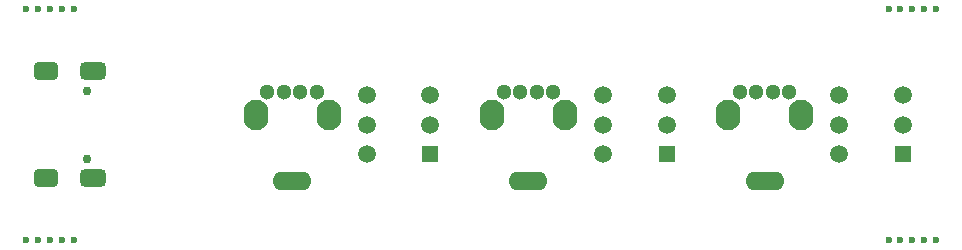
<source format=gbr>
%TF.GenerationSoftware,KiCad,Pcbnew,6.0.7+dfsg-1~bpo11+1*%
%TF.CreationDate,2022-10-14T07:47:58+00:00*%
%TF.ProjectId,0104-USB-HUB,30313034-2d55-4534-922d-4855422e6b69,V1.0*%
%TF.SameCoordinates,Original*%
%TF.FileFunction,Soldermask,Bot*%
%TF.FilePolarity,Negative*%
%FSLAX46Y46*%
G04 Gerber Fmt 4.6, Leading zero omitted, Abs format (unit mm)*
G04 Created by KiCad (PCBNEW 6.0.7+dfsg-1~bpo11+1) date 2022-10-14 07:47:58*
%MOMM*%
%LPD*%
G01*
G04 APERTURE LIST*
G04 Aperture macros list*
%AMRoundRect*
0 Rectangle with rounded corners*
0 $1 Rounding radius*
0 $2 $3 $4 $5 $6 $7 $8 $9 X,Y pos of 4 corners*
0 Add a 4 corners polygon primitive as box body*
4,1,4,$2,$3,$4,$5,$6,$7,$8,$9,$2,$3,0*
0 Add four circle primitives for the rounded corners*
1,1,$1+$1,$2,$3*
1,1,$1+$1,$4,$5*
1,1,$1+$1,$6,$7*
1,1,$1+$1,$8,$9*
0 Add four rect primitives between the rounded corners*
20,1,$1+$1,$2,$3,$4,$5,0*
20,1,$1+$1,$4,$5,$6,$7,0*
20,1,$1+$1,$6,$7,$8,$9,0*
20,1,$1+$1,$8,$9,$2,$3,0*%
G04 Aperture macros list end*
%ADD10RoundRect,0.050000X0.650000X0.650000X-0.650000X0.650000X-0.650000X-0.650000X0.650000X-0.650000X0*%
%ADD11C,1.500000*%
%ADD12C,0.600000*%
%ADD13C,1.300000*%
%ADD14O,2.100000X2.600000*%
%ADD15O,3.300000X1.600000*%
%ADD16C,0.750000*%
%ADD17RoundRect,0.400000X-0.700000X0.350000X-0.700000X-0.350000X0.700000X-0.350000X0.700000X0.350000X0*%
%ADD18RoundRect,0.400000X-0.650000X0.350000X-0.650000X-0.350000X0.650000X-0.350000X0.650000X0.350000X0*%
G04 APERTURE END LIST*
D10*
%TO.C,SW2*%
X55500000Y15000000D03*
D11*
X55500000Y17500000D03*
X55500000Y20000000D03*
X50100000Y15000000D03*
X50100000Y17500000D03*
X50100000Y20000000D03*
%TD*%
D12*
%TO.C,REF\u002A\u002A*%
X78300000Y27295000D03*
X74300000Y27295000D03*
X75300000Y27295000D03*
X77300000Y27295000D03*
X76300000Y27295000D03*
%TD*%
D10*
%TO.C,SW1*%
X35500000Y15000000D03*
D11*
X35500000Y17500000D03*
X35500000Y20000000D03*
X30100000Y15000000D03*
X30100000Y17500000D03*
X30100000Y20000000D03*
%TD*%
D13*
%TO.C,J2*%
X25900000Y20300000D03*
X24500000Y20300000D03*
X23100000Y20300000D03*
X21700000Y20300000D03*
D14*
X20720000Y18300000D03*
D15*
X23800000Y12700000D03*
D14*
X26880000Y18300000D03*
%TD*%
D13*
%TO.C,J3*%
X45900000Y20300000D03*
X44500000Y20300000D03*
X43100000Y20300000D03*
X41700000Y20300000D03*
D14*
X46880000Y18300000D03*
D15*
X43800000Y12700000D03*
D14*
X40720000Y18300000D03*
%TD*%
D12*
%TO.C,REF\u002A\u002A*%
X4300000Y27295000D03*
X1300000Y27295000D03*
X2300000Y27295000D03*
X3300000Y27295000D03*
X5300000Y27295000D03*
%TD*%
%TO.C,REF\u002A\u002A*%
X75300000Y7705000D03*
X78300000Y7705000D03*
X77300000Y7705000D03*
X76300000Y7705000D03*
X74300000Y7705000D03*
%TD*%
D16*
%TO.C,J1*%
X6400000Y20400000D03*
X6400000Y14600000D03*
D17*
X6930000Y12975000D03*
D18*
X2950000Y22025000D03*
D17*
X6930000Y22025000D03*
D18*
X2950000Y12975000D03*
%TD*%
D10*
%TO.C,SW3*%
X75500000Y15000000D03*
D11*
X75500000Y17500000D03*
X75500000Y20000000D03*
X70100000Y15000000D03*
X70100000Y17500000D03*
X70100000Y20000000D03*
%TD*%
D13*
%TO.C,J4*%
X65900000Y20300000D03*
X64500000Y20300000D03*
X63100000Y20300000D03*
X61700000Y20300000D03*
D15*
X63800000Y12700000D03*
D14*
X60720000Y18300000D03*
X66880000Y18300000D03*
%TD*%
D12*
%TO.C,REF\u002A\u002A*%
X1300000Y7705000D03*
X5300000Y7705000D03*
X4300000Y7705000D03*
X2300000Y7705000D03*
X3300000Y7705000D03*
%TD*%
M02*

</source>
